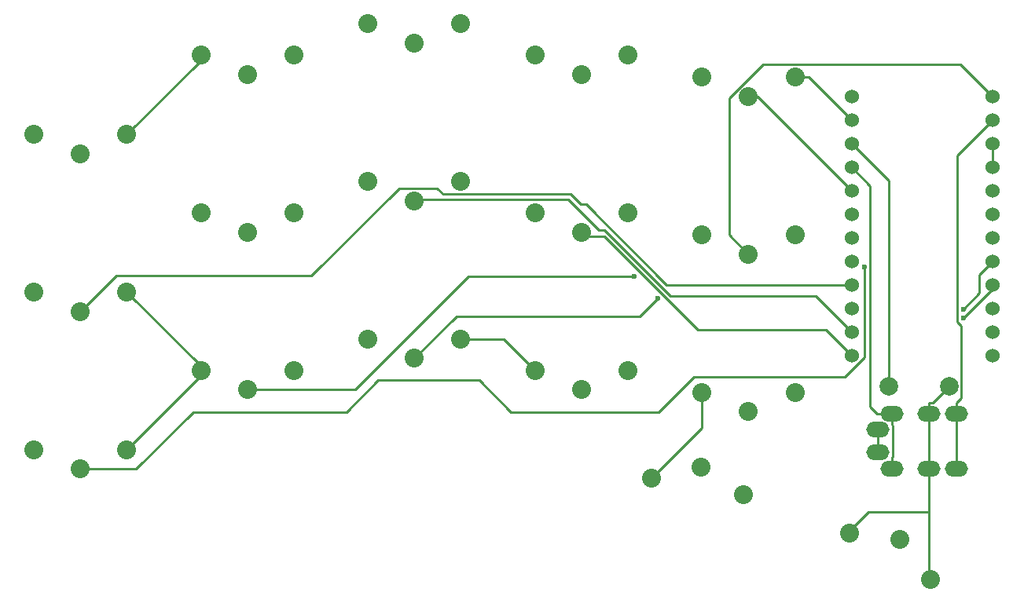
<source format=gbl>
G04 #@! TF.GenerationSoftware,KiCad,Pcbnew,5.1.6*
G04 #@! TF.CreationDate,2020-09-07T13:49:14+01:00*
G04 #@! TF.ProjectId,cradio,63726164-696f-42e6-9b69-6361645f7063,2.1*
G04 #@! TF.SameCoordinates,Original*
G04 #@! TF.FileFunction,Copper,L2,Bot*
G04 #@! TF.FilePolarity,Positive*
%FSLAX46Y46*%
G04 Gerber Fmt 4.6, Leading zero omitted, Abs format (unit mm)*
G04 Created by KiCad (PCBNEW 5.1.6) date 2020-09-07 13:49:14*
%MOMM*%
%LPD*%
G01*
G04 APERTURE LIST*
G04 #@! TA.AperFunction,ComponentPad*
%ADD10C,1.524000*%
G04 #@! TD*
G04 #@! TA.AperFunction,ComponentPad*
%ADD11C,2.032000*%
G04 #@! TD*
G04 #@! TA.AperFunction,ComponentPad*
%ADD12C,2.000000*%
G04 #@! TD*
G04 #@! TA.AperFunction,ComponentPad*
%ADD13O,2.500000X1.700000*%
G04 #@! TD*
G04 #@! TA.AperFunction,ViaPad*
%ADD14C,0.600000*%
G04 #@! TD*
G04 #@! TA.AperFunction,Conductor*
%ADD15C,0.250000*%
G04 #@! TD*
G04 APERTURE END LIST*
D10*
X127111400Y-36830000D03*
X127111400Y-39370000D03*
X127111400Y-41910000D03*
X127111400Y-44450000D03*
X127111400Y-46990000D03*
X127111400Y-49530000D03*
X127111400Y-52070000D03*
X127111400Y-54610000D03*
X127111400Y-57150000D03*
X127111400Y-59690000D03*
X127111400Y-62230000D03*
X127111400Y-64770000D03*
X142331400Y-64770000D03*
X142331400Y-62230000D03*
X142331400Y-59690000D03*
X142331400Y-57150000D03*
X142331400Y-54610000D03*
X142331400Y-52070000D03*
X142331400Y-49530000D03*
X142331400Y-46990000D03*
X142331400Y-44450000D03*
X142331400Y-41910000D03*
X142331400Y-39370000D03*
X142331400Y-36830000D03*
D11*
X110874524Y-76809634D03*
X105585824Y-78009490D03*
X115433902Y-79745971D03*
X121000000Y-68720000D03*
X111000000Y-68720000D03*
X116000000Y-70820000D03*
X132280000Y-84560450D03*
X126899873Y-83879103D03*
X135560127Y-88879103D03*
X103000000Y-66345000D03*
X93000000Y-66345000D03*
X98000000Y-68445000D03*
X85000000Y-62970000D03*
X75000000Y-62970000D03*
X80000000Y-65070000D03*
X67000000Y-66345000D03*
X57000000Y-66345000D03*
X62000000Y-68445000D03*
X49000000Y-74905000D03*
X39000000Y-74905000D03*
X44000000Y-77005000D03*
X121000000Y-51720000D03*
X111000000Y-51720000D03*
X116000000Y-53820000D03*
X103000000Y-49340000D03*
X93000000Y-49340000D03*
X98000000Y-51440000D03*
X85000000Y-45970000D03*
X75000000Y-45970000D03*
X80000000Y-48070000D03*
X67000000Y-49340000D03*
X57000000Y-49340000D03*
X62000000Y-51440000D03*
X49000000Y-57900000D03*
X39000000Y-57900000D03*
X44000000Y-60000000D03*
X121000000Y-34720000D03*
X111000000Y-34720000D03*
X116000000Y-36820000D03*
X103000000Y-32340000D03*
X93000000Y-32340000D03*
X98000000Y-34440000D03*
X85000000Y-28980000D03*
X75000000Y-28980000D03*
X80000000Y-31080000D03*
X49000000Y-40900000D03*
X39000000Y-40900000D03*
X44000000Y-43000000D03*
X67000000Y-32340000D03*
X57000000Y-32340000D03*
X62000000Y-34440000D03*
D12*
X137616000Y-68072000D03*
X131116000Y-68072000D03*
D13*
X129932000Y-72760000D03*
X131432000Y-76960000D03*
X135432000Y-76960000D03*
X138432000Y-76960000D03*
X135432000Y-71010000D03*
X138432000Y-71010000D03*
X129932000Y-75210000D03*
X131432000Y-71010000D03*
D14*
X106237400Y-58551600D03*
X139150500Y-59739400D03*
X139181800Y-60750000D03*
X103678400Y-56236900D03*
X128468500Y-55198400D03*
D15*
X80000000Y-65070000D02*
X84564900Y-60505100D01*
X84564900Y-60505100D02*
X104283900Y-60505100D01*
X104283900Y-60505100D02*
X106237400Y-58551600D01*
X139150500Y-59739400D02*
X140878800Y-58011100D01*
X140878800Y-58011100D02*
X140878800Y-56062600D01*
X140878800Y-56062600D02*
X142331400Y-54610000D01*
X139181800Y-60750000D02*
X142331400Y-57600400D01*
X142331400Y-57600400D02*
X142331400Y-57150000D01*
X127111400Y-46990000D02*
X116941400Y-36820000D01*
X116941400Y-36820000D02*
X116000000Y-36820000D01*
X57000000Y-66345000D02*
X57000000Y-66905000D01*
X57000000Y-66905000D02*
X49000000Y-74905000D01*
X49000000Y-57900000D02*
X57000000Y-65900000D01*
X57000000Y-65900000D02*
X57000000Y-66345000D01*
X85000000Y-62970000D02*
X89625000Y-62970000D01*
X89625000Y-62970000D02*
X93000000Y-66345000D01*
X135432000Y-81660700D02*
X135447300Y-81676000D01*
X135447300Y-81676000D02*
X135447300Y-88275700D01*
X126242300Y-84368400D02*
X128950000Y-81660700D01*
X128950000Y-81660700D02*
X135432000Y-81660700D01*
X135432000Y-78135300D02*
X135432000Y-81660700D01*
X135432000Y-76960000D02*
X135432000Y-78135300D01*
X135432000Y-71010000D02*
X135432000Y-76960000D01*
X121000000Y-34720000D02*
X122461400Y-34720000D01*
X122461400Y-34720000D02*
X127111400Y-39370000D01*
X57000000Y-32340000D02*
X57000000Y-32900000D01*
X57000000Y-32900000D02*
X49000000Y-40900000D01*
X142331400Y-41910000D02*
X142331400Y-44450000D01*
X135432000Y-71010000D02*
X135432000Y-69834700D01*
X135432000Y-69834700D02*
X135853300Y-69834700D01*
X135853300Y-69834700D02*
X137616000Y-68072000D01*
X111000000Y-72595314D02*
X105585824Y-78009490D01*
X111000000Y-68720000D02*
X111000000Y-72595314D01*
X127111400Y-44450000D02*
X129115100Y-46453700D01*
X129115100Y-46453700D02*
X129115100Y-70268400D01*
X129115100Y-70268400D02*
X129856700Y-71010000D01*
X131432000Y-71010000D02*
X131432000Y-72185300D01*
X131432000Y-76960000D02*
X131432000Y-75784700D01*
X131432000Y-75784700D02*
X131575600Y-75641100D01*
X131575600Y-75641100D02*
X131575600Y-72328900D01*
X131575600Y-72328900D02*
X131432000Y-72185300D01*
X131432000Y-71010000D02*
X129856700Y-71010000D01*
X127111400Y-57150000D02*
X107173100Y-57150000D01*
X107173100Y-57150000D02*
X98476900Y-48453800D01*
X98476900Y-48453800D02*
X97894700Y-48453800D01*
X97894700Y-48453800D02*
X96807200Y-47366300D01*
X96807200Y-47366300D02*
X83093800Y-47366300D01*
X83093800Y-47366300D02*
X82435500Y-46708000D01*
X82435500Y-46708000D02*
X78346900Y-46708000D01*
X78346900Y-46708000D02*
X68921700Y-56133200D01*
X68921700Y-56133200D02*
X47866800Y-56133200D01*
X47866800Y-56133200D02*
X44000000Y-60000000D01*
X116000000Y-53820000D02*
X113928300Y-51748300D01*
X113928300Y-51748300D02*
X113928300Y-36974300D01*
X113928300Y-36974300D02*
X117577200Y-33325400D01*
X117577200Y-33325400D02*
X138826800Y-33325400D01*
X138826800Y-33325400D02*
X142331400Y-36830000D01*
X142331400Y-39370000D02*
X138506300Y-43195100D01*
X138506300Y-43195100D02*
X138506300Y-61144700D01*
X138506300Y-61144700D02*
X138941400Y-61579800D01*
X138941400Y-61579800D02*
X138941400Y-69325300D01*
X138941400Y-69325300D02*
X138432000Y-69834700D01*
X138432000Y-71010000D02*
X138432000Y-69834700D01*
X138432000Y-76960000D02*
X138432000Y-71010000D01*
X131116000Y-68072000D02*
X131116000Y-45914600D01*
X131116000Y-45914600D02*
X127111400Y-41910000D01*
X62000000Y-68445000D02*
X73609900Y-68445000D01*
X73609900Y-68445000D02*
X85818000Y-56236900D01*
X85818000Y-56236900D02*
X103678400Y-56236900D01*
X128468500Y-64950800D02*
X128468500Y-55198400D01*
X126375400Y-67043900D02*
X128468500Y-64950800D01*
X106311450Y-70841450D02*
X110109000Y-67043900D01*
X86967100Y-67380000D02*
X90428550Y-70841450D01*
X50035000Y-77005000D02*
X56198550Y-70841450D01*
X110109000Y-67043900D02*
X126375400Y-67043900D01*
X90428550Y-70841450D02*
X106311450Y-70841450D01*
X56198550Y-70841450D02*
X72658550Y-70841450D01*
X44000000Y-77005000D02*
X50035000Y-77005000D01*
X72658550Y-70841450D02*
X76120000Y-67380000D01*
X76120000Y-67380000D02*
X86967100Y-67380000D01*
X127111400Y-62230000D02*
X123231600Y-58350200D01*
X123231600Y-58350200D02*
X107557300Y-58350200D01*
X107557300Y-58350200D02*
X100422000Y-51214900D01*
X100422000Y-51214900D02*
X99859100Y-51214900D01*
X99859100Y-51214900D02*
X96587500Y-47943300D01*
X96587500Y-47943300D02*
X80126700Y-47943300D01*
X80126700Y-47943300D02*
X80000000Y-48070000D01*
X127111400Y-64770000D02*
X124332300Y-61990900D01*
X124332300Y-61990900D02*
X110561100Y-61990900D01*
X110561100Y-61990900D02*
X100460500Y-51890300D01*
X100460500Y-51890300D02*
X98450300Y-51890300D01*
X98450300Y-51890300D02*
X98000000Y-51440000D01*
X129932000Y-75210000D02*
X129932000Y-72760000D01*
M02*

</source>
